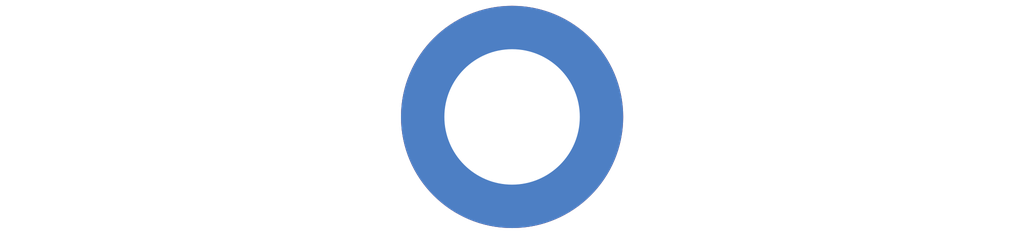
<source format=kicad_pcb>
(kicad_pcb (version 20240108) (generator pcbnew)
  (layers (0 "F.Cu" signal) (31 "B.Cu" signal) (34 "B.Paste" user) (35 "F.Paste" user) (36 "B.SilkS" user "B.Silkscreen") (37 "F.SilkS" user "F.Silkscreen") (38 "B.Mask" user) (39 "F.Mask" user) (44 "Edge.Cuts" user))
  (net 0 "")
  (footprint "MountingHole_6.4mm_M6_ISO7380_Pad_TopBottom" (layer "F.Cu") (at 0 0)
    (property "Reference" "REF**")
    (property "Value" "MountingHole_6.4mm_M6_ISO7380_Pad_TopBottom")
    (pad "1" thru_hole circle (at 0 0) (size 6.8 6.8) (drill 6.4) (layers *.Cu *.Mask) (remove_unused_layers))
    (pad "1" connect circle (at 0 0) (size 10.5 10.5) (layers "F.Cu" "F.Mask"))
    (pad "1" connect circle (at 0 0) (size 10.5 10.5) (layers "B.Cu" "B.Mask"))
  )
)
</source>
